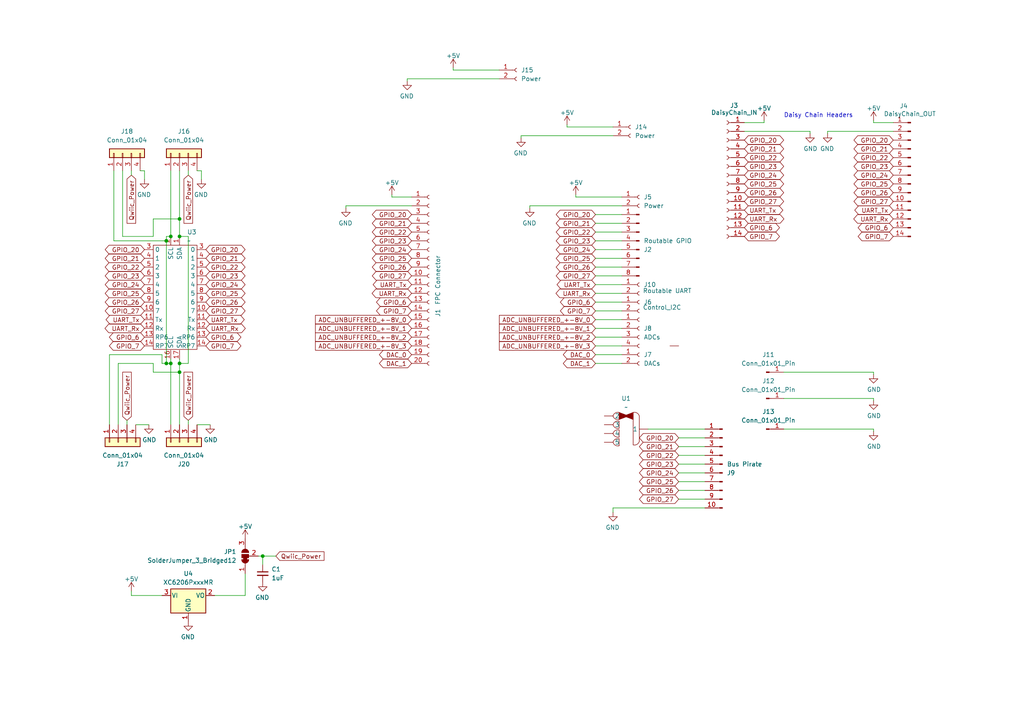
<source format=kicad_sch>
(kicad_sch (version 20231120) (generator "eeschema") (generator_version "8.0")
  (paper "A4")
  (lib_symbols
    (symbol "Connector:Conn_01x01_Pin" (pin_names (offset 1.016) hide)
      (property "Reference" "J" (at 0 2.54 0))
      (property "Value" "Conn_01x01_Pin" (at 0 -2.54 0))
      (symbol "Conn_01x01_Pin_1_1"
        (pin passive line (at 5.08 0 180) (length 3.81) (name "Pin_1") (number "1"))
      )
    )
    (symbol "Connector:Conn_01x02_Socket" (pin_names (offset 1.016) hide)
      (property "Reference" "J" (at 0 2.54 0))
      (property "Value" "Conn_01x02_Socket" (at 0 -5.08 0))
      (symbol "Conn_01x02_Socket_1_1"
        (pin passive line (at -5.08 0 0) (length 3.81) (name "Pin_1") (number "1"))
        (pin passive line (at -5.08 -2.54 0) (length 3.81) (name "Pin_2") (number "2"))
      )
    )
    (symbol "Connector:Conn_01x04_Socket" (pin_names (offset 1.016) hide)
      (property "Reference" "J8" (at 1.27 0.0001 0))
      (property "Value" "ADCs" (at 1.27 -2.5399 0))
      (symbol "Conn_01x04_Socket_1_1"
        (pin input line (at 8.89 -5.08 0) (length 2.54) (name "0") (number ""))
        (pin passive line (at -5.08 2.54 0) (length 3.81) (name "Pin_1") (number "1"))
        (pin passive line (at -5.08 0 0) (length 3.81) (name "Pin_2") (number "2"))
        (pin passive line (at -5.08 -2.54 0) (length 3.81) (name "Pin_3") (number "3"))
        (pin passive line (at -5.08 -5.08 0) (length 3.81) (name "Pin_4") (number "4"))
      )
    )
    (symbol "Connector:Conn_01x08_Pin" (pin_names (offset 1.016) hide)
      (property "Reference" "J" (at 0 10.16 0))
      (property "Value" "Conn_01x08_Pin" (at 0 -12.7 0))
      (symbol "Conn_01x08_Pin_1_1"
        (pin passive line (at 5.08 7.62 180) (length 3.81) (name "Pin_1") (number "1"))
        (pin passive line (at 5.08 5.08 180) (length 3.81) (name "Pin_2") (number "2"))
        (pin passive line (at 5.08 2.54 180) (length 3.81) (name "Pin_3") (number "3"))
        (pin passive line (at 5.08 0 180) (length 3.81) (name "Pin_4") (number "4"))
        (pin passive line (at 5.08 -2.54 180) (length 3.81) (name "Pin_5") (number "5"))
        (pin passive line (at 5.08 -5.08 180) (length 3.81) (name "Pin_6") (number "6"))
        (pin passive line (at 5.08 -7.62 180) (length 3.81) (name "Pin_7") (number "7"))
        (pin passive line (at 5.08 -10.16 180) (length 3.81) (name "Pin_8") (number "8"))
      )
    )
    (symbol "Connector:Conn_01x10_Pin" (pin_names (offset 1.016) hide)
      (property "Reference" "J" (at 0 12.7 0))
      (property "Value" "Conn_01x10_Pin" (at 0 -15.24 0))
      (symbol "Conn_01x10_Pin_1_1"
        (pin passive line (at 5.08 10.16 180) (length 3.81) (name "Pin_1") (number "1"))
        (pin passive line (at 5.08 -12.7 180) (length 3.81) (name "Pin_10") (number "10"))
        (pin passive line (at 5.08 7.62 180) (length 3.81) (name "Pin_2") (number "2"))
        (pin passive line (at 5.08 5.08 180) (length 3.81) (name "Pin_3") (number "3"))
        (pin passive line (at 5.08 2.54 180) (length 3.81) (name "Pin_4") (number "4"))
        (pin passive line (at 5.08 0 180) (length 3.81) (name "Pin_5") (number "5"))
        (pin passive line (at 5.08 -2.54 180) (length 3.81) (name "Pin_6") (number "6"))
        (pin passive line (at 5.08 -5.08 180) (length 3.81) (name "Pin_7") (number "7"))
        (pin passive line (at 5.08 -7.62 180) (length 3.81) (name "Pin_8") (number "8"))
        (pin passive line (at 5.08 -10.16 180) (length 3.81) (name "Pin_9") (number "9"))
      )
    )
    (symbol "Connector:Conn_01x14_Pin" (pin_names (offset 1.016) hide)
      (property "Reference" "J" (at 0 17.78 0))
      (property "Value" "Conn_01x14_Pin" (at 0 -20.32 0))
      (symbol "Conn_01x14_Pin_1_1"
        (pin passive line (at 5.08 15.24 180) (length 3.81) (name "Pin_1") (number "1"))
        (pin passive line (at 5.08 -7.62 180) (length 3.81) (name "Pin_10") (number "10"))
        (pin passive line (at 5.08 -10.16 180) (length 3.81) (name "Pin_11") (number "11"))
        (pin passive line (at 5.08 -12.7 180) (length 3.81) (name "Pin_12") (number "12"))
        (pin passive line (at 5.08 -15.24 180) (length 3.81) (name "Pin_13") (number "13"))
        (pin passive line (at 5.08 -17.78 180) (length 3.81) (name "Pin_14") (number "14"))
        (pin passive line (at 5.08 12.7 180) (length 3.81) (name "Pin_2") (number "2"))
        (pin passive line (at 5.08 10.16 180) (length 3.81) (name "Pin_3") (number "3"))
        (pin passive line (at 5.08 7.62 180) (length 3.81) (name "Pin_4") (number "4"))
        (pin passive line (at 5.08 5.08 180) (length 3.81) (name "Pin_5") (number "5"))
        (pin passive line (at 5.08 2.54 180) (length 3.81) (name "Pin_6") (number "6"))
        (pin passive line (at 5.08 0 180) (length 3.81) (name "Pin_7") (number "7"))
        (pin passive line (at 5.08 -2.54 180) (length 3.81) (name "Pin_8") (number "8"))
        (pin passive line (at 5.08 -5.08 180) (length 3.81) (name "Pin_9") (number "9"))
      )
    )
    (symbol "Connector:Conn_01x14_Socket" (pin_names (offset 1.016) hide)
      (property "Reference" "J" (at 0 17.78 0))
      (property "Value" "Conn_01x14_Socket" (at 0 -20.32 0))
      (symbol "Conn_01x14_Socket_1_1"
        (pin passive line (at -5.08 15.24 0) (length 3.81) (name "Pin_1") (number "1"))
        (pin passive line (at -5.08 -7.62 0) (length 3.81) (name "Pin_10") (number "10"))
        (pin passive line (at -5.08 -10.16 0) (length 3.81) (name "Pin_11") (number "11"))
        (pin passive line (at -5.08 -12.7 0) (length 3.81) (name "Pin_12") (number "12"))
        (pin passive line (at -5.08 -15.24 0) (length 3.81) (name "Pin_13") (number "13"))
        (pin passive line (at -5.08 -17.78 0) (length 3.81) (name "Pin_14") (number "14"))
        (pin passive line (at -5.08 12.7 0) (length 3.81) (name "Pin_2") (number "2"))
        (pin passive line (at -5.08 10.16 0) (length 3.81) (name "Pin_3") (number "3"))
        (pin passive line (at -5.08 7.62 0) (length 3.81) (name "Pin_4") (number "4"))
        (pin passive line (at -5.08 5.08 0) (length 3.81) (name "Pin_5") (number "5"))
        (pin passive line (at -5.08 2.54 0) (length 3.81) (name "Pin_6") (number "6"))
        (pin passive line (at -5.08 0 0) (length 3.81) (name "Pin_7") (number "7"))
        (pin passive line (at -5.08 -2.54 0) (length 3.81) (name "Pin_8") (number "8"))
        (pin passive line (at -5.08 -5.08 0) (length 3.81) (name "Pin_9") (number "9"))
      )
    )
    (symbol "Connector:Conn_01x20_Socket" (pin_names (offset 1.016) hide)
      (property "Reference" "J" (at 0 25.4 0))
      (property "Value" "Conn_01x20_Socket" (at 0 -27.94 0))
      (symbol "Conn_01x20_Socket_1_1"
        (pin passive line (at -5.08 22.86 0) (length 3.81) (name "Pin_1") (number "1"))
        (pin passive line (at -5.08 0 0) (length 3.81) (name "Pin_10") (number "10"))
        (pin passive line (at -5.08 -2.54 0) (length 3.81) (name "Pin_11") (number "11"))
        (pin passive line (at -5.08 -5.08 0) (length 3.81) (name "Pin_12") (number "12"))
        (pin passive line (at -5.08 -7.62 0) (length 3.81) (name "Pin_13") (number "13"))
        (pin passive line (at -5.08 -10.16 0) (length 3.81) (name "Pin_14") (number "14"))
        (pin passive line (at -5.08 -12.7 0) (length 3.81) (name "Pin_15") (number "15"))
        (pin passive line (at -5.08 -15.24 0) (length 3.81) (name "Pin_16") (number "16"))
        (pin passive line (at -5.08 -17.78 0) (length 3.81) (name "Pin_17") (number "17"))
        (pin passive line (at -5.08 -20.32 0) (length 3.81) (name "Pin_18") (number "18"))
        (pin passive line (at -5.08 -22.86 0) (length 3.81) (name "Pin_19") (number "19"))
        (pin passive line (at -5.08 20.32 0) (length 3.81) (name "Pin_2") (number "2"))
        (pin passive line (at -5.08 -25.4 0) (length 3.81) (name "Pin_20") (number "20"))
        (pin passive line (at -5.08 17.78 0) (length 3.81) (name "Pin_3") (number "3"))
        (pin passive line (at -5.08 15.24 0) (length 3.81) (name "Pin_4") (number "4"))
        (pin passive line (at -5.08 12.7 0) (length 3.81) (name "Pin_5") (number "5"))
        (pin passive line (at -5.08 10.16 0) (length 3.81) (name "Pin_6") (number "6"))
        (pin passive line (at -5.08 7.62 0) (length 3.81) (name "Pin_7") (number "7"))
        (pin passive line (at -5.08 5.08 0) (length 3.81) (name "Pin_8") (number "8"))
        (pin passive line (at -5.08 2.54 0) (length 3.81) (name "Pin_9") (number "9"))
      )
    )
    (symbol "Connector_Generic:Conn_01x04" (pin_names (offset 1.016) hide)
      (property "Reference" "J" (at 0 5.08 0))
      (property "Value" "Conn_01x04" (at 0 -7.62 0))
      (symbol "Conn_01x04_1_1"
        (pin passive line (at -5.08 2.54 0) (length 3.81) (name "Pin_1") (number "1"))
        (pin passive line (at -5.08 0 0) (length 3.81) (name "Pin_2") (number "2"))
        (pin passive line (at -5.08 -2.54 0) (length 3.81) (name "Pin_3") (number "3"))
        (pin passive line (at -5.08 -5.08 0) (length 3.81) (name "Pin_4") (number "4"))
      )
    )
    (symbol "Device:C_Small" (pin_numbers hide) (pin_names (offset 0.254) hide)
      (property "Reference" "C" (at 0.254 1.778 0))
      (property "Value" "C_Small" (at 0.254 -2.032 0))
      (symbol "C_Small_1_1"
        (pin passive line (at 0 2.54 270) (length 2.032) (name "~") (number "1"))
        (pin passive line (at 0 -2.54 90) (length 2.032) (name "~") (number "2"))
      )
    )
    (symbol "GND_61" (power) (pin_names (offset 0))
      (property "Value" "GND_61" (at 0 -3.81 0))
      (symbol "GND_61_1_1"
        (pin power_in line (at 0 0 270) (length 0) hide (name "GND") (number "1"))
      )
    )
    (symbol "Jumper:SolderJumper_3_Bridged12" (pin_names (offset 0) hide) (exclude_from_sim yes) (in_bom no)
      (property "Reference" "JP" (at -2.54 -2.54 0))
      (property "Value" "SolderJumper_3_Bridged12" (at 0 2.794 0))
      (symbol "SolderJumper_3_Bridged12_1_1"
        (pin passive line (at -5.08 0 0) (length 2.54) (name "A") (number "1"))
        (pin passive line (at 0 -3.81 90) (length 2.54) (name "C") (number "2"))
        (pin passive line (at 5.08 0 180) (length 2.54) (name "B") (number "3"))
      )
    )
    (symbol "JumperlessSymbols:Qwiic_Selector"
      (property "Reference" "U" (at 0 0 0))
      (symbol "Qwiic_Selector_1_1"
        (pin input line (at 1.27 16.51 270) (length 2.54) (name "SDA") (number "1"))
        (pin input line (at -8.89 -5.08 0) (length 2.54) (name "7") (number "10"))
        (pin input line (at 8.89 -5.08 180) (length 2.54) (name "7") (number "10"))
        (pin input line (at -8.89 -7.62 0) (length 2.54) (name "Tx") (number "11"))
        (pin input line (at 8.89 -7.62 180) (length 2.54) (name "Tx") (number "11"))
        (pin input line (at -8.89 -10.16 0) (length 2.54) (name "Rx") (number "12"))
        (pin input line (at 8.89 -10.16 180) (length 2.54) (name "Rx") (number "12"))
        (pin input line (at -8.89 -12.7 0) (length 2.54) (name "RP6") (number "13"))
        (pin input line (at 8.89 -12.7 180) (length 2.54) (name "RP6") (number "13"))
        (pin input line (at -8.89 -15.24 0) (length 2.54) (name "RP7") (number "14"))
        (pin input line (at 8.89 -15.24 180) (length 2.54) (name "RP7") (number "14"))
        (pin input line (at -1.27 -19.05 90) (length 2.54) (name "SCL") (number "16"))
        (pin input line (at 1.27 -19.05 90) (length 2.54) (name "SDA") (number "17"))
        (pin input line (at -1.27 16.51 270) (length 2.54) (name "SCL") (number "2"))
        (pin input line (at -8.89 12.7 0) (length 2.54) (name "0") (number "3"))
        (pin input line (at 8.89 12.7 180) (length 2.54) (name "0") (number "3"))
        (pin input line (at -8.89 10.16 0) (length 2.54) (name "1") (number "4"))
        (pin input line (at 8.89 10.16 180) (length 2.54) (name "1") (number "4"))
        (pin input line (at -8.89 7.62 0) (length 2.54) (name "2") (number "5"))
        (pin input line (at 8.89 7.62 180) (length 2.54) (name "2") (number "5"))
        (pin input line (at -8.89 5.08 0) (length 2.54) (name "3") (number "6"))
        (pin input line (at 8.89 5.08 180) (length 2.54) (name "3") (number "6"))
        (pin input line (at -8.89 2.54 0) (length 2.54) (name "4") (number "7"))
        (pin input line (at 8.89 2.54 180) (length 2.54) (name "4") (number "7"))
        (pin input line (at -8.89 0 0) (length 2.54) (name "5") (number "8"))
        (pin input line (at 8.89 0 180) (length 2.54) (name "5") (number "8"))
        (pin input line (at -8.89 -2.54 0) (length 2.54) (name "6") (number "9"))
        (pin input line (at 8.89 -2.54 180) (length 2.54) (name "6") (number "9"))
      )
    )
    (symbol "JumperlessSymbols:Solder_Jumper_1of4_1Bridged"
      (property "Reference" "U" (at 0 6.35 0))
      (symbol "Solder_Jumper_1of4_1Bridged_1_1"
        (pin input line (at 6.35 -3.81 180) (length 2.54) (name "1") (number ""))
        (pin input line (at -6.35 0 0) (length 2.54) (name "2") (number ""))
        (pin input line (at -6.35 -2.54 0) (length 2.54) (name "3") (number ""))
        (pin input line (at -6.35 -5.08 0) (length 2.54) (name "4") (number ""))
        (pin input line (at -6.35 -7.62 0) (length 2.54) (name "5") (number ""))
      )
    )
    (symbol "Regulator_Linear:XC6206PxxxMR" (pin_names (offset 0.254))
      (property "Reference" "U" (at -3.81 3.175 0))
      (property "Value" "XC6206PxxxMR" (at 0 3.175 0))
      (symbol "XC6206PxxxMR_1_1"
        (pin power_in line (at 0 -7.62 90) (length 2.54) (name "GND") (number "1"))
        (pin power_out line (at 7.62 0 180) (length 2.54) (name "VO") (number "2"))
        (pin power_in line (at -7.62 0 0) (length 2.54) (name "VI") (number "3"))
      )
    )
    (symbol "power:+5V" (power) (pin_names (offset 0))
      (property "Value" "+5V" (at 0 3.556 0))
      (symbol "+5V_1_1"
        (pin power_in line (at 0 0 90) (length 0) hide (name "+5V") (number "1"))
      )
    )
  )
  (junction (at 49.53 105.41))
  (junction (at 48.26 105.41))
  (junction (at 52.07 105.41))
  (junction (at 52.07 68.58))
  (junction (at 52.07 63.5))
  (junction (at 76.2 161.29))
  (junction (at 49.53 68.58))
  (junction (at 52.07 107.95))
  (junction (at 48.26 69.85))
  (wire (pts (xy 180.34 102.87) (xy 172.72 102.87)))
  (wire (pts (xy 119.38 57.15) (xy 113.665 57.15)))
  (wire (pts (xy 35.56 49.53) (xy 35.56 68.58)))
  (wire (pts (xy 54.61 68.58) (xy 54.61 105.41)))
  (wire (pts (xy 253.365 35.56) (xy 253.365 34.925)))
  (wire (pts (xy 177.8 147.32) (xy 204.47 147.32)))
  (wire (pts (xy 38.1 49.53) (xy 38.1 50.8)))
  (wire (pts (xy 204.47 139.7) (xy 196.85 139.7)))
  (wire (pts (xy 253.365 115.57) (xy 253.365 116.205)))
  (wire (pts (xy 48.26 68.58) (xy 48.26 69.85)))
  (wire (pts (xy 80.01 161.29) (xy 76.2 161.29)))
  (wire (pts (xy 46.99 105.41) (xy 48.26 105.41)))
  (wire (pts (xy 34.29 105.41) (xy 44.45 105.41)))
  (wire (pts (xy 49.53 105.41) (xy 49.53 104.14)))
  (wire (pts (xy 71.12 166.37) (xy 71.12 172.72)))
  (wire (pts (xy 234.95 38.1) (xy 215.9 38.1)))
  (wire (pts (xy 144.78 20.32) (xy 131.445 20.32)))
  (wire (pts (xy 151.13 39.37) (xy 151.13 40.005)))
  (wire (pts (xy 180.34 100.33) (xy 172.72 100.33)))
  (wire (pts (xy 177.8 147.32) (xy 177.8 148.59)))
  (wire (pts (xy 54.61 105.41) (xy 52.07 105.41)))
  (wire (pts (xy 46.99 172.72) (xy 38.1 172.72)))
  (wire (pts (xy 100.33 59.69) (xy 100.33 60.325)))
  (wire (pts (xy 221.615 35.56) (xy 221.615 34.925)))
  (wire (pts (xy 76.2 161.29) (xy 74.93 161.29)))
  (wire (pts (xy 52.07 49.53) (xy 52.07 63.5)))
  (wire (pts (xy 215.9 35.56) (xy 221.615 35.56)))
  (wire (pts (xy 180.34 64.77) (xy 172.72 64.77)))
  (wire (pts (xy 180.34 90.17) (xy 172.72 90.17)))
  (wire (pts (xy 180.34 77.47) (xy 172.72 77.47)))
  (wire (pts (xy 180.34 57.15) (xy 167.005 57.15)))
  (wire (pts (xy 49.53 123.19) (xy 49.53 105.41)))
  (wire (pts (xy 204.47 134.62) (xy 196.85 134.62)))
  (wire (pts (xy 187.96 124.46) (xy 204.47 124.46)))
  (wire (pts (xy 100.33 59.69) (xy 119.38 59.69)))
  (wire (pts (xy 180.34 69.85) (xy 172.72 69.85)))
  (wire (pts (xy 41.91 52.07) (xy 41.91 49.53)))
  (wire (pts (xy 180.34 85.09) (xy 172.72 85.09)))
  (wire (pts (xy 204.47 142.24) (xy 196.85 142.24)))
  (wire (pts (xy 41.91 49.53) (xy 40.64 49.53)))
  (wire (pts (xy 180.34 97.79) (xy 172.72 97.79)))
  (wire (pts (xy 31.75 102.87) (xy 31.75 123.19)))
  (wire (pts (xy 259.08 35.56) (xy 253.365 35.56)))
  (wire (pts (xy 240.03 38.1) (xy 259.08 38.1)))
  (wire (pts (xy 60.96 123.19) (xy 57.15 123.19)))
  (wire (pts (xy 180.34 80.01) (xy 172.72 80.01)))
  (wire (pts (xy 36.83 123.19) (xy 36.83 121.92)))
  (wire (pts (xy 204.47 129.54) (xy 196.85 129.54)))
  (wire (pts (xy 113.665 57.15) (xy 113.665 56.515)))
  (wire (pts (xy 38.1 172.72) (xy 38.1 171.45)))
  (wire (pts (xy 33.02 49.53) (xy 33.02 69.85)))
  (wire (pts (xy 54.61 49.53) (xy 54.61 50.8)))
  (wire (pts (xy 44.45 107.95) (xy 52.07 107.95)))
  (wire (pts (xy 44.45 63.5) (xy 52.07 63.5)))
  (wire (pts (xy 180.34 74.93) (xy 172.72 74.93)))
  (wire (pts (xy 180.34 92.71) (xy 172.72 92.71)))
  (wire (pts (xy 34.29 123.19) (xy 34.29 105.41)))
  (wire (pts (xy 234.95 38.1) (xy 234.95 38.735)))
  (wire (pts (xy 58.42 49.53) (xy 57.15 49.53)))
  (wire (pts (xy 52.07 123.19) (xy 52.07 107.95)))
  (wire (pts (xy 180.34 87.63) (xy 172.72 87.63)))
  (wire (pts (xy 167.005 57.15) (xy 167.005 56.515)))
  (wire (pts (xy 204.47 132.08) (xy 196.85 132.08)))
  (wire (pts (xy 240.03 38.1) (xy 240.03 38.735)))
  (wire (pts (xy 62.23 172.72) (xy 71.12 172.72)))
  (wire (pts (xy 52.07 105.41) (xy 52.07 104.14)))
  (wire (pts (xy 153.67 59.69) (xy 153.67 60.325)))
  (wire (pts (xy 253.365 115.57) (xy 227.33 115.57)))
  (wire (pts (xy 253.365 124.46) (xy 253.365 125.095)))
  (wire (pts (xy 180.34 62.23) (xy 172.72 62.23)))
  (wire (pts (xy 153.67 59.69) (xy 180.34 59.69)))
  (wire (pts (xy 76.2 163.83) (xy 76.2 161.29)))
  (wire (pts (xy 118.11 22.86) (xy 118.11 23.495)))
  (wire (pts (xy 52.07 68.58) (xy 54.61 68.58)))
  (wire (pts (xy 151.13 39.37) (xy 177.8 39.37)))
  (wire (pts (xy 48.26 105.41) (xy 49.53 105.41)))
  (wire (pts (xy 131.445 20.32) (xy 131.445 19.685)))
  (wire (pts (xy 49.53 49.53) (xy 49.53 68.58)))
  (wire (pts (xy 180.34 82.55) (xy 172.72 82.55)))
  (wire (pts (xy 180.34 105.41) (xy 172.72 105.41)))
  (wire (pts (xy 33.02 69.85) (xy 48.26 69.85)))
  (wire (pts (xy 52.07 63.5) (xy 52.07 68.58)))
  (wire (pts (xy 180.34 72.39) (xy 172.72 72.39)))
  (wire (pts (xy 49.53 68.58) (xy 48.26 68.58)))
  (wire (pts (xy 118.11 22.86) (xy 144.78 22.86)))
  (wire (pts (xy 177.8 36.83) (xy 164.465 36.83)))
  (wire (pts (xy 46.99 102.87) (xy 46.99 105.41)))
  (wire (pts (xy 31.75 102.87) (xy 46.99 102.87)))
  (wire (pts (xy 204.47 144.78) (xy 196.85 144.78)))
  (wire (pts (xy 204.47 127) (xy 196.85 127)))
  (wire (pts (xy 43.18 123.19) (xy 39.37 123.19)))
  (wire (pts (xy 35.56 68.58) (xy 44.45 68.58)))
  (wire (pts (xy 48.26 69.85) (xy 48.26 105.41)))
  (wire (pts (xy 52.07 107.95) (xy 52.07 105.41)))
  (wire (pts (xy 253.365 124.46) (xy 227.33 124.46)))
  (wire (pts (xy 44.45 68.58) (xy 44.45 63.5)))
  (wire (pts (xy 180.34 67.31) (xy 172.72 67.31)))
  (wire (pts (xy 204.47 137.16) (xy 196.85 137.16)))
  (wire (pts (xy 58.42 52.07) (xy 58.42 49.53)))
  (wire (pts (xy 180.34 95.25) (xy 172.72 95.25)))
  (wire (pts (xy 164.465 36.83) (xy 164.465 36.195)))
  (wire (pts (xy 54.61 123.19) (xy 54.61 121.92)))
  (wire (pts (xy 44.45 105.41) (xy 44.45 107.95)))
  (wire (pts (xy 253.365 107.95) (xy 253.365 108.585)))
  (wire (pts (xy 253.365 107.95) (xy 227.33 107.95)))
  (text "Daisy Chain Headers" (at 227.33 34.29 0) (effects (font (size 1.27 1.27)) (justify left bottom)))
  (global_label "GPIO_25" (shape bidirectional) (at 172.72 74.93 180) (property "Intersheetrefs" "${INTERSHEET_REFS}" (effects (hide yes))))
  (global_label "UART_Tx" (shape bidirectional) (at 259.08 60.96 180) (property "Intersheetrefs" "${INTERSHEET_REFS}" (effects (hide yes))))
  (global_label "GPIO_27" (shape bidirectional) (at 215.9 58.42 0) (property "Intersheetrefs" "${INTERSHEET_REFS}" (effects (hide yes))))
  (global_label "GPIO_22" (shape bidirectional) (at 259.08 45.72 180) (property "Intersheetrefs" "${INTERSHEET_REFS}" (effects (hide yes))))
  (global_label "GPIO_25" (shape bidirectional) (at 259.08 53.34 180) (property "Intersheetrefs" "${INTERSHEET_REFS}" (effects (hide yes))))
  (global_label "GPIO_20" (shape bidirectional) (at 59.69 72.39 0) (property "Intersheetrefs" "${INTERSHEET_REFS}" (effects (hide yes))))
  (global_label "GPIO_25" (shape bidirectional) (at 215.9 53.34 0) (property "Intersheetrefs" "${INTERSHEET_REFS}" (effects (hide yes))))
  (global_label "UART_Tx" (shape bidirectional) (at 172.72 82.55 180) (property "Intersheetrefs" "${INTERSHEET_REFS}" (effects (hide yes))))
  (global_label "GPIO_7" (shape bidirectional) (at 215.9 68.58 0) (property "Intersheetrefs" "${INTERSHEET_REFS}" (effects (hide yes))))
  (global_label "GPIO_20" (shape bidirectional) (at 41.91 72.39 180) (property "Intersheetrefs" "${INTERSHEET_REFS}" (effects (hide yes))))
  (global_label "ADC_UNBUFFERED_+-8V_3" (shape input) (at 119.38 100.33 180) (property "Intersheetrefs" "${INTERSHEET_REFS}" (effects (hide yes))))
  (global_label "ADC_UNBUFFERED_+-8V_1" (shape input) (at 172.72 95.25 180) (property "Intersheetrefs" "${INTERSHEET_REFS}" (effects (hide yes))))
  (global_label "GPIO_27" (shape bidirectional) (at 59.69 90.17 0) (property "Intersheetrefs" "${INTERSHEET_REFS}" (effects (hide yes))))
  (global_label "ADC_UNBUFFERED_+-8V_3" (shape input) (at 172.72 100.33 180) (property "Intersheetrefs" "${INTERSHEET_REFS}" (effects (hide yes))))
  (global_label "GPIO_23" (shape bidirectional) (at 259.08 48.26 180) (property "Intersheetrefs" "${INTERSHEET_REFS}" (effects (hide yes))))
  (global_label "UART_Tx" (shape bidirectional) (at 59.69 92.71 0) (property "Intersheetrefs" "${INTERSHEET_REFS}" (effects (hide yes))))
  (global_label "DAC_0" (shape bidirectional) (at 172.72 102.87 180) (property "Intersheetrefs" "${INTERSHEET_REFS}" (effects (hide yes))))
  (global_label "GPIO_25" (shape bidirectional) (at 196.85 139.7 180) (property "Intersheetrefs" "${INTERSHEET_REFS}" (effects (hide yes))))
  (global_label "GPIO_20" (shape bidirectional) (at 119.38 62.23 180) (property "Intersheetrefs" "${INTERSHEET_REFS}" (effects (hide yes))))
  (global_label "GPIO_21" (shape bidirectional) (at 259.08 43.18 180) (property "Intersheetrefs" "${INTERSHEET_REFS}" (effects (hide yes))))
  (global_label "GPIO_26" (shape bidirectional) (at 259.08 55.88 180) (property "Intersheetrefs" "${INTERSHEET_REFS}" (effects (hide yes))))
  (global_label "DAC_1" (shape bidirectional) (at 119.38 105.41 180) (property "Intersheetrefs" "${INTERSHEET_REFS}" (effects (hide yes))))
  (global_label "GPIO_23" (shape bidirectional) (at 172.72 69.85 180) (property "Intersheetrefs" "${INTERSHEET_REFS}" (effects (hide yes))))
  (global_label "GPIO_6" (shape bidirectional) (at 119.38 87.63 180) (property "Intersheetrefs" "${INTERSHEET_REFS}" (effects (hide yes))))
  (global_label "GPIO_21" (shape bidirectional) (at 196.85 129.54 180) (property "Intersheetrefs" "${INTERSHEET_REFS}" (effects (hide yes))))
  (global_label "GPIO_26" (shape bidirectional) (at 215.9 55.88 0) (property "Intersheetrefs" "${INTERSHEET_REFS}" (effects (hide yes))))
  (global_label "Qwiic_Power" (shape input) (at 36.83 121.92 90) (property "Intersheetrefs" "${INTERSHEET_REFS}" (effects (hide yes))))
  (global_label "UART_Rx" (shape bidirectional) (at 119.38 85.09 180) (property "Intersheetrefs" "${INTERSHEET_REFS}" (effects (hide yes))))
  (global_label "GPIO_25" (shape bidirectional) (at 41.91 85.09 180) (property "Intersheetrefs" "${INTERSHEET_REFS}" (effects (hide yes))))
  (global_label "Qwiic_Power" (shape input) (at 54.61 121.92 90) (property "Intersheetrefs" "${INTERSHEET_REFS}" (effects (hide yes))))
  (global_label "GPIO_7" (shape bidirectional) (at 119.38 90.17 180) (property "Intersheetrefs" "${INTERSHEET_REFS}" (effects (hide yes))))
  (global_label "GPIO_22" (shape bidirectional) (at 59.69 77.47 0) (property "Intersheetrefs" "${INTERSHEET_REFS}" (effects (hide yes))))
  (global_label "DAC_0" (shape bidirectional) (at 119.38 102.87 180) (property "Intersheetrefs" "${INTERSHEET_REFS}" (effects (hide yes))))
  (global_label "GPIO_27" (shape bidirectional) (at 172.72 80.01 180) (property "Intersheetrefs" "${INTERSHEET_REFS}" (effects (hide yes))))
  (global_label "GPIO_26" (shape bidirectional) (at 172.72 77.47 180) (property "Intersheetrefs" "${INTERSHEET_REFS}" (effects (hide yes))))
  (global_label "GPIO_22" (shape bidirectional) (at 196.85 132.08 180) (property "Intersheetrefs" "${INTERSHEET_REFS}" (effects (hide yes))))
  (global_label "ADC_UNBUFFERED_+-8V_0" (shape input) (at 119.38 92.71 180) (property "Intersheetrefs" "${INTERSHEET_REFS}" (effects (hide yes))))
  (global_label "GPIO_26" (shape bidirectional) (at 41.91 87.63 180) (property "Intersheetrefs" "${INTERSHEET_REFS}" (effects (hide yes))))
  (global_label "GPIO_27" (shape bidirectional) (at 119.38 80.01 180) (property "Intersheetrefs" "${INTERSHEET_REFS}" (effects (hide yes))))
  (global_label "GPIO_23" (shape bidirectional) (at 41.91 80.01 180) (property "Intersheetrefs" "${INTERSHEET_REFS}" (effects (hide yes))))
  (global_label "ADC_UNBUFFERED_+-8V_1" (shape input) (at 119.38 95.25 180) (property "Intersheetrefs" "${INTERSHEET_REFS}" (effects (hide yes))))
  (global_label "GPIO_20" (shape bidirectional) (at 172.72 62.23 180) (property "Intersheetrefs" "${INTERSHEET_REFS}" (effects (hide yes))))
  (global_label "GPIO_20" (shape bidirectional) (at 215.9 40.64 0) (property "Intersheetrefs" "${INTERSHEET_REFS}" (effects (hide yes))))
  (global_label "GPIO_21" (shape bidirectional) (at 215.9 43.18 0) (property "Intersheetrefs" "${INTERSHEET_REFS}" (effects (hide yes))))
  (global_label "GPIO_7" (shape bidirectional) (at 172.72 90.17 180) (property "Intersheetrefs" "${INTERSHEET_REFS}" (effects (hide yes))))
  (global_label "ADC_UNBUFFERED_+-8V_2" (shape input) (at 119.38 97.79 180) (property "Intersheetrefs" "${INTERSHEET_REFS}" (effects (hide yes))))
  (global_label "Qwiic_Power" (shape input) (at 54.61 50.8 270) (property "Intersheetrefs" "${INTERSHEET_REFS}" (effects (hide yes))))
  (global_label "GPIO_23" (shape bidirectional) (at 119.38 69.85 180) (property "Intersheetrefs" "${INTERSHEET_REFS}" (effects (hide yes))))
  (global_label "GPIO_22" (shape bidirectional) (at 41.91 77.47 180) (property "Intersheetrefs" "${INTERSHEET_REFS}" (effects (hide yes))))
  (global_label "GPIO_26" (shape bidirectional) (at 59.69 87.63 0) (property "Intersheetrefs" "${INTERSHEET_REFS}" (effects (hide yes))))
  (global_label "GPIO_25" (shape bidirectional) (at 59.69 85.09 0) (property "Intersheetrefs" "${INTERSHEET_REFS}" (effects (hide yes))))
  (global_label "Qwiic_Power" (shape input) (at 38.1 50.8 270) (property "Intersheetrefs" "${INTERSHEET_REFS}" (effects (hide yes))))
  (global_label "GPIO_20" (shape bidirectional) (at 196.85 127 180) (property "Intersheetrefs" "${INTERSHEET_REFS}" (effects (hide yes))))
  (global_label "GPIO_24" (shape bidirectional) (at 215.9 50.8 0) (property "Intersheetrefs" "${INTERSHEET_REFS}" (effects (hide yes))))
  (global_label "GPIO_24" (shape bidirectional) (at 59.69 82.55 0) (property "Intersheetrefs" "${INTERSHEET_REFS}" (effects (hide yes))))
  (global_label "GPIO_7" (shape bidirectional) (at 41.91 100.33 180) (property "Intersheetrefs" "${INTERSHEET_REFS}" (effects (hide yes))))
  (global_label "GPIO_20" (shape bidirectional) (at 259.08 40.64 180) (property "Intersheetrefs" "${INTERSHEET_REFS}" (effects (hide yes))))
  (global_label "UART_Rx" (shape bidirectional) (at 259.08 63.5 180) (property "Intersheetrefs" "${INTERSHEET_REFS}" (effects (hide yes))))
  (global_label "GPIO_24" (shape bidirectional) (at 196.85 137.16 180) (property "Intersheetrefs" "${INTERSHEET_REFS}" (effects (hide yes))))
  (global_label "UART_Tx" (shape bidirectional) (at 215.9 60.96 0) (property "Intersheetrefs" "${INTERSHEET_REFS}" (effects (hide yes))))
  (global_label "GPIO_27" (shape bidirectional) (at 196.85 144.78 180) (property "Intersheetrefs" "${INTERSHEET_REFS}" (effects (hide yes))))
  (global_label "UART_Rx" (shape bidirectional) (at 172.72 85.09 180) (property "Intersheetrefs" "${INTERSHEET_REFS}" (effects (hide yes))))
  (global_label "UART_Rx" (shape bidirectional) (at 59.69 95.25 0) (property "Intersheetrefs" "${INTERSHEET_REFS}" (effects (hide yes))))
  (global_label "GPIO_21" (shape bidirectional) (at 59.69 74.93 0) (property "Intersheetrefs" "${INTERSHEET_REFS}" (effects (hide yes))))
  (global_label "UART_Tx" (shape bidirectional) (at 119.38 82.55 180) (property "Intersheetrefs" "${INTERSHEET_REFS}" (effects (hide yes))))
  (global_label "UART_Rx" (shape bidirectional) (at 215.9 63.5 0) (property "Intersheetrefs" "${INTERSHEET_REFS}" (effects (hide yes))))
  (global_label "Qwiic_Power" (shape input) (at 80.01 161.29 0) (property "Intersheetrefs" "${INTERSHEET_REFS}" (effects (hide yes))))
  (global_label "DAC_1" (shape bidirectional) (at 172.72 105.41 180) (property "Intersheetrefs" "${INTERSHEET_REFS}" (effects (hide yes))))
  (global_label "GPIO_21" (shape bidirectional) (at 41.91 74.93 180) (property "Intersheetrefs" "${INTERSHEET_REFS}" (effects (hide yes))))
  (global_label "GPIO_6" (shape bidirectional) (at 215.9 66.04 0) (property "Intersheetrefs" "${INTERSHEET_REFS}" (effects (hide yes))))
  (global_label "GPIO_21" (shape bidirectional) (at 172.72 64.77 180) (property "Intersheetrefs" "${INTERSHEET_REFS}" (effects (hide yes))))
  (global_label "GPIO_24" (shape bidirectional) (at 119.38 72.39 180) (property "Intersheetrefs" "${INTERSHEET_REFS}" (effects (hide yes))))
  (global_label "GPIO_27" (shape bidirectional) (at 259.08 58.42 180) (property "Intersheetrefs" "${INTERSHEET_REFS}" (effects (hide yes))))
  (global_label "GPIO_23" (shape bidirectional) (at 59.69 80.01 0) (property "Intersheetrefs" "${INTERSHEET_REFS}" (effects (hide yes))))
  (global_label "GPIO_22" (shape bidirectional) (at 119.38 67.31 180) (property "Intersheetrefs" "${INTERSHEET_REFS}" (effects (hide yes))))
  (global_label "GPIO_6" (shape bidirectional) (at 59.69 97.79 0) (property "Intersheetrefs" "${INTERSHEET_REFS}" (effects (hide yes))))
  (global_label "GPIO_23" (shape bidirectional) (at 196.85 134.62 180) (property "Intersheetrefs" "${INTERSHEET_REFS}" (effects (hide yes))))
  (global_label "GPIO_24" (shape bidirectional) (at 41.91 82.55 180) (property "Intersheetrefs" "${INTERSHEET_REFS}" (effects (hide yes))))
  (global_label "ADC_UNBUFFERED_+-8V_2" (shape input) (at 172.72 97.79 180) (property "Intersheetrefs" "${INTERSHEET_REFS}" (effects (hide yes))))
  (global_label "GPIO_7" (shape bidirectional) (at 59.69 100.33 0) (property "Intersheetrefs" "${INTERSHEET_REFS}" (effects (hide yes))))
  (global_label "GPIO_22" (shape bidirectional) (at 215.9 45.72 0) (property "Intersheetrefs" "${INTERSHEET_REFS}" (effects (hide yes))))
  (global_label "GPIO_23" (shape bidirectional) (at 215.9 48.26 0) (property "Intersheetrefs" "${INTERSHEET_REFS}" (effects (hide yes))))
  (global_label "GPIO_25" (shape bidirectional) (at 119.38 74.93 180) (property "Intersheetrefs" "${INTERSHEET_REFS}" (effects (hide yes))))
  (global_label "GPIO_7" (shape bidirectional) (at 259.08 68.58 180) (property "Intersheetrefs" "${INTERSHEET_REFS}" (effects (hide yes))))
  (global_label "GPIO_6" (shape bidirectional) (at 41.91 97.79 180) (property "Intersheetrefs" "${INTERSHEET_REFS}" (effects (hide yes))))
  (global_label "UART_Rx" (shape bidirectional) (at 41.91 95.25 180) (property "Intersheetrefs" "${INTERSHEET_REFS}" (effects (hide yes))))
  (global_label "GPIO_24" (shape bidirectional) (at 172.72 72.39 180) (property "Intersheetrefs" "${INTERSHEET_REFS}" (effects (hide yes))))
  (global_label "UART_Tx" (shape bidirectional) (at 41.91 92.71 180) (property "Intersheetrefs" "${INTERSHEET_REFS}" (effects (hide yes))))
  (global_label "GPIO_21" (shape bidirectional) (at 119.38 64.77 180) (property "Intersheetrefs" "${INTERSHEET_REFS}" (effects (hide yes))))
  (global_label "GPIO_26" (shape bidirectional) (at 119.38 77.47 180) (property "Intersheetrefs" "${INTERSHEET_REFS}" (effects (hide yes))))
  (global_label "GPIO_22" (shape bidirectional) (at 172.72 67.31 180) (property "Intersheetrefs" "${INTERSHEET_REFS}" (effects (hide yes))))
  (global_label "ADC_UNBUFFERED_+-8V_0" (shape input) (at 172.72 92.71 180) (property "Intersheetrefs" "${INTERSHEET_REFS}" (effects (hide yes))))
  (global_label "GPIO_6" (shape bidirectional) (at 259.08 66.04 180) (property "Intersheetrefs" "${INTERSHEET_REFS}" (effects (hide yes))))
  (global_label "GPIO_6" (shape bidirectional) (at 172.72 87.63 180) (property "Intersheetrefs" "${INTERSHEET_REFS}" (effects (hide yes))))
  (global_label "GPIO_26" (shape bidirectional) (at 196.85 142.24 180) (property "Intersheetrefs" "${INTERSHEET_REFS}" (effects (hide yes))))
  (global_label "GPIO_27" (shape bidirectional) (at 41.91 90.17 180) (property "Intersheetrefs" "${INTERSHEET_REFS}" (effects (hide yes))))
  (global_label "GPIO_24" (shape bidirectional) (at 259.08 50.8 180) (property "Intersheetrefs" "${INTERSHEET_REFS}" (effects (hide yes))))
  (symbol (lib_id "Device:C_Small") (at 76.2 166.37 0) (unit 1)
    (property "Reference" "C1" (at 78.74 165.1062 0) (effects (justify left)))
    (property "Value" "1uF" (at 78.74 167.6462 0) (effects (justify left)))
    (property "Footprint" "Capacitor_SMD:C_0603_1608Metric" (effects (hide yes)))
    (property "Description" "Unpolarized capacitor, small symbol" (effects (hide yes)))
  )
  (symbol (lib_name "GND_61") (lib_id "power:GND") (at 153.67 60.325 0) (mirror y) (unit 1)
    (property "Reference" "#PWR03" (effects (hide yes)))
    (property "Value" "GND" (at 153.543 64.7192 0))
  )
  (symbol (lib_name "GND_61") (lib_id "power:GND") (at 253.365 108.585 0) (unit 1)
    (property "Reference" "#PWR010" (effects (hide yes)))
    (property "Value" "GND" (at 253.492 112.9792 0))
  )
  (symbol (lib_name "GND_61") (lib_id "power:GND") (at 41.91 52.07 0) (mirror y) (unit 1)
    (property "Reference" "#PWR020" (effects (hide yes)))
    (property "Value" "GND" (at 41.783 56.4642 0))
  )
  (symbol (lib_id "Connector:Conn_01x02_Socket") (at 185.42 57.15 0) (unit 1)
    (property "Reference" "J5" (at 186.69 57.1499 0) (effects (justify left)))
    (property "Value" "Power" (at 186.69 59.6899 0) (effects (justify left)))
    (property "Footprint" "JumperlessFootprints:Conn_1x2" (effects (hide yes)))
    (property "Description" "Generic connector, single row, 01x02, script generated" (effects (hide yes)))
  )
  (symbol (lib_id "power:+5V") (at 164.465 36.195 0) (mirror y) (unit 1)
    (property "Reference" "#PWR014" (effects (hide yes)))
    (property "Value" "+5V" (at 164.465 32.6931 0))
  )
  (symbol (lib_name "GND_61") (lib_id "power:GND") (at 118.11 23.495 0) (mirror y) (unit 1)
    (property "Reference" "#PWR015" (effects (hide yes)))
    (property "Value" "GND" (at 117.983 27.8892 0))
  )
  (symbol (lib_name "GND_61") (lib_id "power:GND") (at 253.365 116.205 0) (unit 1)
    (property "Reference" "#PWR011" (effects (hide yes)))
    (property "Value" "GND" (at 253.492 120.5992 0))
  )
  (symbol (lib_name "GND_61") (lib_id "power:GND") (at 240.03 38.735 0) (mirror y) (unit 1)
    (property "Reference" "#PWR07" (effects (hide yes)))
    (property "Value" "GND" (at 239.903 43.1292 0))
  )
  (symbol (lib_id "Connector_Generic:Conn_01x04") (at 35.56 44.45 90) (unit 1)
    (property "Reference" "J18" (at 36.83 38.1 90))
    (property "Value" "Conn_01x04" (at 36.83 40.64 90))
    (property "Footprint" "JumperlessFootprints:QwiicSMD" (effects (hide yes)))
    (property "Description" "Generic connector, single row, 01x04, script generated (kicad-library-utils/schlib/autogen/connector/)" (effects (hide yes)))
  )
  (symbol (lib_id "Connector:Conn_01x14_Socket") (at 210.82 50.8 0) (mirror y) (unit 1)
    (property "Reference" "J3" (at 214.122 30.607 0) (effects (justify left)))
    (property "Value" "DaisyChain_IN" (at 219.71 32.639 0) (effects (justify left)))
    (property "Footprint" "JumperlessFootprints:daisychainRIGHT" (effects (hide yes)))
    (property "Description" "Generic connector, single row, 01x14, script generated" (effects (hide yes)))
  )
  (symbol (lib_id "Jumper:SolderJumper_3_Bridged12") (at 71.12 161.29 90) (unit 1) (exclude_from_sim yes) (in_bom no)
    (property "Reference" "JP1" (at 68.58 160.0199 90) (effects (justify left)))
    (property "Value" "SolderJumper_3_Bridged12" (at 68.58 162.5599 90) (effects (justify left)))
    (property "Footprint" "JumperlessFootprints:SolderJumper-3_P1.3mm_Bridged12_Pad1.0x1.5mm" (effects (hide yes)))
    (property "Description" "3-pole Solder Jumper, pins 1+2 closed/bridged" (effects (hide yes)))
  )
  (symbol (lib_id "Connector_Generic:Conn_01x04") (at 34.29 128.27 90) (mirror x) (unit 1)
    (property "Reference" "J17" (at 35.56 134.62 90))
    (property "Value" "Conn_01x04" (at 35.56 132.08 90))
    (property "Footprint" "JumperlessFootprints:QwiicSMD" (effects (hide yes)))
    (property "Description" "Generic connector, single row, 01x04, script generated (kicad-library-utils/schlib/autogen/connector/)" (effects (hide yes)))
  )
  (symbol (lib_name "GND_61") (lib_id "power:GND") (at 151.13 40.005 0) (mirror y) (unit 1)
    (property "Reference" "#PWR013" (effects (hide yes)))
    (property "Value" "GND" (at 151.003 44.3992 0))
  )
  (symbol (lib_id "Regulator_Linear:XC6206PxxxMR") (at 54.61 172.72 0) (unit 1)
    (property "Reference" "U4" (at 54.61 166.37 0))
    (property "Value" "XC6206PxxxMR" (at 54.61 168.91 0))
    (property "Footprint" "Package_TO_SOT_SMD:SOT-23-3" (effects (hide yes)))
    (property "Datasheet" "https://www.torexsemi.com/file/xc6206/XC6206.pdf" (effects (hide yes)))
    (property "Description" "Positive 60-250mA Low Dropout Regulator, Fixed Output, SOT-23" (effects (hide yes)))
  )
  (symbol (lib_id "power:+5V") (at 167.005 56.515 0) (mirror y) (unit 1)
    (property "Reference" "#PWR04" (effects (hide yes)))
    (property "Value" "+5V" (at 167.005 53.0131 0))
  )
  (symbol (lib_id "Connector_Generic:Conn_01x04") (at 52.07 128.27 90) (mirror x) (unit 1)
    (property "Reference" "J20" (at 53.34 134.62 90))
    (property "Value" "Conn_01x04" (at 53.34 132.08 90))
    (property "Footprint" "Connector_PinHeader_1.00mm:PinHeader_1x04_P1.00mm_Vertical" (effects (hide yes)))
    (property "Description" "Generic connector, single row, 01x04, script generated (kicad-library-utils/schlib/autogen/connector/)" (effects (hide yes)))
  )
  (symbol (lib_id "Connector:Conn_01x08_Pin") (at 185.42 69.85 0) (mirror y) (unit 1)
    (property "Reference" "J2" (at 186.69 72.3901 0) (effects (justify right)))
    (property "Value" "Routable GPIO" (at 186.69 69.8501 0) (effects (justify right)))
    (property "Footprint" "JumperlessFootprints:Conn_1x8" (effects (hide yes)))
    (property "Description" "Generic connector, single row, 01x08, script generated" (effects (hide yes)))
  )
  (symbol (lib_id "Connector:Conn_01x02_Socket") (at 185.42 82.55 0) (unit 1)
    (property "Reference" "J10" (at 186.69 82.5499 0) (effects (justify left)))
    (property "Value" "Routable UART" (at 186.436 84.328 0) (effects (justify left)))
    (property "Footprint" "JumperlessFootprints:Conn_1x2" (effects (hide yes)))
    (property "Description" "Generic connector, single row, 01x02, script generated" (effects (hide yes)))
  )
  (symbol (lib_id "power:+5V") (at 113.665 56.515 0) (mirror y) (unit 1)
    (property "Reference" "#PWR02" (effects (hide yes)))
    (property "Value" "+5V" (at 113.665 53.0131 0))
  )
  (symbol (lib_id "power:+5V") (at 71.12 156.21 0) (mirror y) (unit 1)
    (property "Reference" "#PWR021" (effects (hide yes)))
    (property "Value" "+5V" (at 71.12 152.7081 0))
  )
  (symbol (lib_id "Connector:Conn_01x02_Socket") (at 149.86 20.32 0) (unit 1)
    (property "Reference" "J15" (at 151.13 20.3199 0) (effects (justify left)))
    (property "Value" "Power" (at 151.13 22.8599 0) (effects (justify left)))
    (property "Footprint" "JumperlessFootprints:Conn_1x2" (effects (hide yes)))
    (property "Description" "Generic connector, single row, 01x02, script generated" (effects (hide yes)))
  )
  (symbol (lib_id "power:+5V") (at 131.445 19.685 0) (mirror y) (unit 1)
    (property "Reference" "#PWR016" (effects (hide yes)))
    (property "Value" "+5V" (at 131.445 16.1831 0))
  )
  (symbol (lib_name "GND_61") (lib_id "power:GND") (at 60.96 123.19 0) (unit 1)
    (property "Reference" "#PWR024" (effects (hide yes)))
    (property "Value" "GND" (at 61.087 127.5842 0))
  )
  (symbol (lib_id "Connector:Conn_01x02_Socket") (at 182.88 36.83 0) (unit 1)
    (property "Reference" "J14" (at 184.15 36.8299 0) (effects (justify left)))
    (property "Value" "Power" (at 184.15 39.3699 0) (effects (justify left)))
    (property "Footprint" "JumperlessFootprints:Conn_1x2" (effects (hide yes)))
    (property "Description" "Generic connector, single row, 01x02, script generated" (effects (hide yes)))
  )
  (symbol (lib_id "JumperlessSymbols:Solder_Jumper_1of4_1Bridged") (at 181.61 120.65 0) (unit 1)
    (property "Reference" "U1" (at 181.61 115.57 0))
    (property "Value" "~" (at 181.61 118.11 0))
    (property "Footprint" "JumperlessFootprints:SolderJumper_4of1_small" (effects (hide yes)))
  )
  (symbol (lib_id "Connector:Conn_01x20_Socket") (at 124.46 80.01 0) (unit 1)
    (property "Reference" "J1" (at 127 91.948 90) (effects (justify left)))
    (property "Value" "FPC Connector" (at 127 88.392 90) (effects (justify left)))
    (property "Footprint" "JumperlessFootprints:FPC FC05-S20FCT" (effects (hide yes)))
    (property "Description" "Generic connector, single row, 01x20, script generated" (effects (hide yes)))
  )
  (symbol (lib_id "Connector:Conn_01x02_Socket") (at 185.42 102.87 0) (unit 1)
    (property "Reference" "J7" (at 186.69 102.8699 0) (effects (justify left)))
    (property "Value" "DACs" (at 186.69 105.4099 0) (effects (justify left)))
    (property "Footprint" "JumperlessFootprints:Conn_1x2" (effects (hide yes)))
    (property "Description" "Generic connector, single row, 01x02, script generated" (effects (hide yes)))
  )
  (symbol (lib_id "Connector_Generic:Conn_01x04") (at 52.07 44.45 90) (unit 1)
    (property "Reference" "J16" (at 53.34 38.1 90))
    (property "Value" "Conn_01x04" (at 53.34 40.64 90))
    (property "Footprint" "Connector_PinHeader_1.00mm:PinHeader_1x04_P1.00mm_Vertical" (effects (hide yes)))
    (property "Description" "Generic connector, single row, 01x04, script generated (kicad-library-utils/schlib/autogen/connector/)" (effects (hide yes)))
  )
  (symbol (lib_id "power:+5V") (at 38.1 171.45 0) (mirror y) (unit 1)
    (property "Reference" "#PWR022" (effects (hide yes)))
    (property "Value" "+5V" (at 38.1 167.9481 0))
  )
  (symbol (lib_id "Connector:Conn_01x04_Socket") (at 185.42 95.25 0) (unit 1)
    (property "Reference" "J8" (at 186.69 95.2499 0) (effects (justify left)))
    (property "Value" "ADCs" (at 186.69 97.7899 0) (effects (justify left)))
    (property "Footprint" "JumperlessFootprints:Conn_1x4" (effects (hide yes)))
    (property "Description" "Generic connector, single row, 01x04, script generated" (effects (hide yes)))
  )
  (symbol (lib_id "Connector:Conn_01x01_Pin") (at 222.25 107.95 0) (unit 1)
    (property "Reference" "J11" (at 222.885 102.87 0))
    (property "Value" "Conn_01x01_Pin" (at 222.885 105.41 0))
    (property "Footprint" "JumperlessFootprints:Conn_1x1" (effects (hide yes)))
    (property "Description" "Generic connector, single row, 01x01, script generated" (effects (hide yes)))
  )
  (symbol (lib_id "Connector:Conn_01x14_Pin") (at 264.16 50.8 0) (mirror y) (unit 1)
    (property "Reference" "J4" (at 262.128 30.734 0))
    (property "Value" "DaisyChain_OUT" (at 263.906 33.02 0))
    (property "Footprint" "JumperlessFootprints:DaisyChainHeaderLEFT" (effects (hide yes)))
    (property "Description" "Generic connector, single row, 01x14, script generated" (effects (hide yes)))
  )
  (symbol (lib_id "Connector:Conn_01x02_Socket") (at 185.42 87.63 0) (unit 1)
    (property "Reference" "J6" (at 186.69 87.6299 0) (effects (justify left)))
    (property "Value" "Control_I2C" (at 186.436 89.154 0) (effects (justify left)))
    (property "Footprint" "JumperlessFootprints:Conn_1x2" (effects (hide yes)))
    (property "Description" "Generic connector, single row, 01x02, script generated" (effects (hide yes)))
  )
  (symbol (lib_id "JumperlessSymbols:Qwiic_Selector") (at 50.8 85.09 0) (unit 1)
    (property "Reference" "U3" (at 54.2641 67.31 0) (effects (justify left)))
    (property "Value" "~" (at 54.2641 69.85 0) (effects (justify left)))
    (property "Footprint" "JumperlessFootprints:Qwiic_Selector" (effects (hide yes)))
  )
  (symbol (lib_name "GND_61") (lib_id "power:GND") (at 253.365 125.095 0) (unit 1)
    (property "Reference" "#PWR012" (effects (hide yes)))
    (property "Value" "GND" (at 253.492 129.4892 0))
  )
  (symbol (lib_name "GND_61") (lib_id "power:GND") (at 58.42 52.07 0) (mirror y) (unit 1)
    (property "Reference" "#PWR017" (effects (hide yes)))
    (property "Value" "GND" (at 58.293 56.4642 0))
  )
  (symbol (lib_id "power:+5V") (at 221.615 34.925 0) (unit 1)
    (property "Reference" "#PWR05" (effects (hide yes)))
    (property "Value" "+5V" (at 221.615 31.4231 0))
  )
  (symbol (lib_name "GND_61") (lib_id "power:GND") (at 100.33 60.325 0) (mirror y) (unit 1)
    (property "Reference" "#PWR01" (effects (hide yes)))
    (property "Value" "GND" (at 100.203 64.7192 0))
  )
  (symbol (lib_id "Connector:Conn_01x01_Pin") (at 222.25 124.46 0) (unit 1)
    (property "Reference" "J13" (at 222.885 119.38 0))
    (property "Value" "Conn_01x01_Pin" (at 222.885 121.92 0))
    (property "Footprint" "JumperlessFootprints:Conn_1x1" (effects (hide yes)))
    (property "Description" "Generic connector, single row, 01x01, script generated" (effects (hide yes)))
  )
  (symbol (lib_id "power:+5V") (at 253.365 34.925 0) (mirror y) (unit 1)
    (property "Reference" "#PWR08" (effects (hide yes)))
    (property "Value" "+5V" (at 253.365 31.4231 0))
  )
  (symbol (lib_name "GND_61") (lib_id "power:GND") (at 234.95 38.735 0) (unit 1)
    (property "Reference" "#PWR06" (effects (hide yes)))
    (property "Value" "GND" (at 235.077 43.1292 0))
  )
  (symbol (lib_id "Connector:Conn_01x10_Pin") (at 209.55 134.62 0) (mirror y) (unit 1)
    (property "Reference" "J9" (at 210.82 137.1601 0) (effects (justify right)))
    (property "Value" "Bus Pirate" (at 210.82 134.6201 0) (effects (justify right)))
    (property "Footprint" "JumperlessFootprints:Conn_1x10" (effects (hide yes)))
    (property "Description" "Generic connector, single row, 01x10, script generated" (effects (hide yes)))
  )
  (symbol (lib_id "Connector:Conn_01x01_Pin") (at 222.25 115.57 0) (unit 1)
    (property "Reference" "J12" (at 222.885 110.49 0))
    (property "Value" "Conn_01x01_Pin" (at 222.885 113.03 0))
    (property "Footprint" "JumperlessFootprints:Conn_1x1" (effects (hide yes)))
    (property "Description" "Generic connector, single row, 01x01, script generated" (effects (hide yes)))
  )
  (symbol (lib_name "GND_61") (lib_id "power:GND") (at 76.2 168.91 0) (mirror y) (unit 1)
    (property "Reference" "#PWR018" (effects (hide yes)))
    (property "Value" "GND" (at 76.073 173.3042 0))
  )
  (symbol (lib_name "GND_61") (lib_id "power:GND") (at 177.8 148.59 0) (mirror y) (unit 1)
    (property "Reference" "#PWR09" (effects (hide yes)))
    (property "Value" "GND" (at 177.673 152.9842 0))
  )
  (symbol (lib_name "GND_61") (lib_id "power:GND") (at 43.18 123.19 0) (unit 1)
    (property "Reference" "#PWR019" (effects (hide yes)))
    (property "Value" "GND" (at 43.307 127.5842 0))
  )
  (symbol (lib_name "GND_61") (lib_id "power:GND") (at 54.61 180.34 0) (mirror y) (unit 1)
    (property "Reference" "#PWR023" (effects (hide yes)))
    (property "Value" "GND" (at 54.483 184.7342 0))
  )
)
</source>
